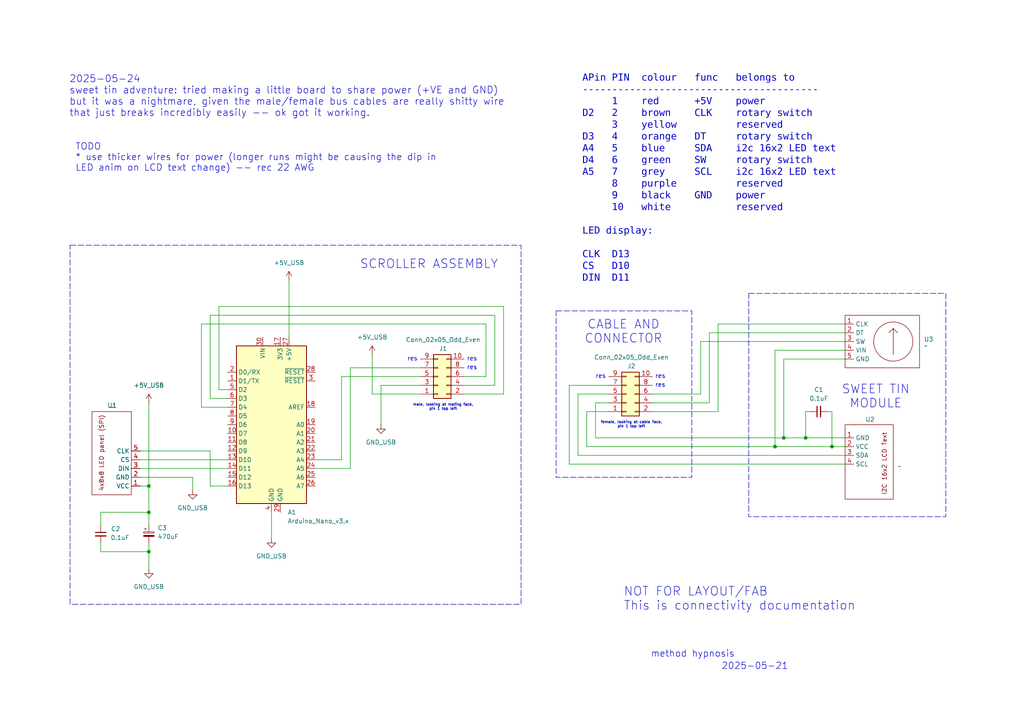
<source format=kicad_sch>
(kicad_sch (version 20250114) (generator "eeschema") (generator_version "9.0")
  (paper "A4")
  (lib_symbols
    (symbol "AlexH_personal:AZDelivery_4x8x8_LED_display_SPI"
      (property "Reference" "U" (at 0 0 0))
      (symbol "AZDelivery_4x8x8_LED_display_SPI_0_1"
        (rectangle (start -6.35 -2.54) (end 5.08 -26.67))
      )
      (symbol "AZDelivery_4x8x8_LED_display_SPI_1_1"
        (text "4x8x8 LED panel (SPI)" (at 2.286 -14.732 900) (effects (font (size 1.27 1.27))))
        (pin input line (at -8.89 -5.08 0) (length 2.54) (name "VCC") (number "1"))
        (pin input line (at -8.89 -7.62 0) (length 2.54) (name "GND") (number "2"))
        (pin input line (at -8.89 -10.16 0) (length 2.54) (name "DIN") (number "3"))
        (pin input line (at -8.89 -12.7 0) (length 2.54) (name "CS") (number "4"))
        (pin input line (at -8.89 -15.24 0) (length 2.54) (name "CLK") (number "5"))
      )
    )
    (symbol "AlexH_personal:AZDelivery_I2C_16x2_LCD_Text_Display"
      (property "Reference" "U" (at 0 0 0))
      (symbol "AZDelivery_I2C_16x2_LCD_Text_Display_0_1"
        (rectangle (start -2.54 -1.27) (end 11.43 -22.86))
      )
      (symbol "AZDelivery_I2C_16x2_LCD_Text_Display_1_1"
        (text "I2C 16x2 LCD Text" (at 8.89 -12.446 900) (effects (font (size 1.27 1.27))))
        (pin input line (at -2.54 -5.08 0) (length 2.54) (name "GND") (number "1"))
        (pin input line (at -2.54 -7.62 0) (length 2.54) (name "VCC") (number "2"))
        (pin input line (at -2.54 -10.16 0) (length 2.54) (name "SDA") (number "3"))
        (pin input line (at -2.54 -12.7 0) (length 2.54) (name "SCL") (number "4"))
      )
    )
    (symbol "AlexH_personal:Rotary_Encoded_SW_includes_pullups"
      (property "Reference" "U" (at 0 0 0))
      (symbol "Rotary_Encoded_SW_includes_pullups_0_1"
        (rectangle (start -10.16 -1.27) (end 11.43 -16.51))
        (polyline (pts (xy 2.54 -6.35) (xy 3.81 -5.08) (xy 5.08 -6.35)))
        (polyline (pts (xy 3.81 -5.08) (xy 3.81 -5.08)))
        (polyline (pts (xy 3.81 -5.08) (xy 3.81 -12.7)))
        (circle (center 3.81 -8.89) (radius 5.6796))
      )
      (symbol "Rotary_Encoded_SW_includes_pullups_1_1"
        (pin input line (at -10.16 -3.81 0) (length 2.54) (name "CLK") (number "1"))
        (pin input line (at -10.16 -6.35 0) (length 2.54) (name "DT") (number "2"))
        (pin input line (at -10.16 -8.89 0) (length 2.54) (name "SW") (number "3"))
        (pin input line (at -10.16 -11.43 0) (length 2.54) (name "VIN") (number "4"))
        (pin input line (at -10.16 -13.97 0) (length 2.54) (name "GND") (number "5"))
      )
    )
    (symbol "Connector_Generic:Conn_02x05_Odd_Even" (pin_names (offset 1.016) (hide yes))
      (property "Reference" "J" (at 1.27 7.62 0))
      (property "Value" "Conn_02x05_Odd_Even" (at 1.27 -7.62 0))
      (symbol "Conn_02x05_Odd_Even_1_1"
        (rectangle (start -1.27 6.35) (end 3.81 -6.35) (stroke (width 0.254)) (fill (type background)))
        (rectangle (start -1.27 5.207) (end 0 4.953) (stroke (width 0.1524)))
        (rectangle (start -1.27 2.667) (end 0 2.413) (stroke (width 0.1524)))
        (rectangle (start -1.27 0.127) (end 0 -0.127) (stroke (width 0.1524)))
        (rectangle (start -1.27 -2.413) (end 0 -2.667) (stroke (width 0.1524)))
        (rectangle (start -1.27 -4.953) (end 0 -5.207) (stroke (width 0.1524)))
        (rectangle (start 3.81 5.207) (end 2.54 4.953) (stroke (width 0.1524)))
        (rectangle (start 3.81 2.667) (end 2.54 2.413) (stroke (width 0.1524)))
        (rectangle (start 3.81 0.127) (end 2.54 -0.127) (stroke (width 0.1524)))
        (rectangle (start 3.81 -2.413) (end 2.54 -2.667) (stroke (width 0.1524)))
        (rectangle (start 3.81 -4.953) (end 2.54 -5.207) (stroke (width 0.1524)))
        (pin passive line (at -5.08 5.08 0) (length 3.81) (name "Pin_1") (number "1"))
        (pin passive line (at -5.08 2.54 0) (length 3.81) (name "Pin_3") (number "3"))
        (pin passive line (at -5.08 0 0) (length 3.81) (name "Pin_5") (number "5"))
        (pin passive line (at -5.08 -2.54 0) (length 3.81) (name "Pin_7") (number "7"))
        (pin passive line (at -5.08 -5.08 0) (length 3.81) (name "Pin_9") (number "9"))
        (pin passive line (at 7.62 5.08 180) (length 3.81) (name "Pin_2") (number "2"))
        (pin passive line (at 7.62 2.54 180) (length 3.81) (name "Pin_4") (number "4"))
        (pin passive line (at 7.62 0 180) (length 3.81) (name "Pin_6") (number "6"))
        (pin passive line (at 7.62 -2.54 180) (length 3.81) (name "Pin_8") (number "8"))
        (pin passive line (at 7.62 -5.08 180) (length 3.81) (name "Pin_10") (number "10"))
      )
    )
    (symbol "Device:C_Polarized_Small" (pin_numbers (hide yes)) (pin_names (offset 0.254) (hide yes))
      (property "Reference" "C" (at 0.254 1.778 0))
      (property "Value" "C_Polarized_Small" (at 0.254 -2.032 0))
      (symbol "C_Polarized_Small_0_1"
        (rectangle (start -1.524 0.6858) (end 1.524 0.3048))
        (rectangle (start -1.524 -0.3048) (end 1.524 -0.6858) (fill (type outline)))
        (polyline (pts (xy -1.27 1.524) (xy -0.762 1.524)))
        (polyline (pts (xy -1.016 1.27) (xy -1.016 1.778)))
      )
      (symbol "C_Polarized_Small_1_1"
        (pin passive line (at 0 2.54 270) (length 1.8542) (name "~") (number "1"))
        (pin passive line (at 0 -2.54 90) (length 1.8542) (name "~") (number "2"))
      )
    )
    (symbol "Device:C_Small" (pin_numbers (hide yes)) (pin_names (offset 0.254) (hide yes))
      (property "Reference" "C" (at 0.254 1.778 0))
      (property "Value" "C_Small" (at 0.254 -2.032 0))
      (symbol "C_Small_0_1"
        (polyline (pts (xy -1.524 0.508) (xy 1.524 0.508)) (stroke (width 0.3048)))
        (polyline (pts (xy -1.524 -0.508) (xy 1.524 -0.508)) (stroke (width 0.3302)))
      )
      (symbol "C_Small_1_1"
        (pin passive line (at 0 2.54 270) (length 2.032) (name "~") (number "1"))
        (pin passive line (at 0 -2.54 90) (length 2.032) (name "~") (number "2"))
      )
    )
    (symbol "MCU_Module:Arduino_Nano_v3.x"
      (property "Reference" "A" (at -10.16 23.495 0))
      (property "Value" "Arduino_Nano_v3.x" (at 5.08 -24.13 0))
      (symbol "Arduino_Nano_v3.x_0_1"
        (rectangle (start -10.16 22.86) (end 10.16 -22.86) (stroke (width 0.254)) (fill (type background)))
      )
      (symbol "Arduino_Nano_v3.x_1_1"
        (pin bidirectional line (at -12.7 15.24 0) (length 2.54) (name "D0/RX") (number "2"))
        (pin bidirectional line (at -12.7 12.7 0) (length 2.54) (name "D1/TX") (number "1"))
        (pin bidirectional line (at -12.7 10.16 0) (length 2.54) (name "D2") (number "5"))
        (pin bidirectional line (at -12.7 7.62 0) (length 2.54) (name "D3") (number "6"))
        (pin bidirectional line (at -12.7 5.08 0) (length 2.54) (name "D4") (number "7"))
        (pin bidirectional line (at -12.7 2.54 0) (length 2.54) (name "D5") (number "8"))
        (pin bidirectional line (at -12.7 0 0) (length 2.54) (name "D6") (number "9"))
        (pin bidirectional line (at -12.7 -2.54 0) (length 2.54) (name "D7") (number "10"))
        (pin bidirectional line (at -12.7 -5.08 0) (length 2.54) (name "D8") (number "11"))
        (pin bidirectional line (at -12.7 -7.62 0) (length 2.54) (name "D9") (number "12"))
        (pin bidirectional line (at -12.7 -10.16 0) (length 2.54) (name "D10") (number "13"))
        (pin bidirectional line (at -12.7 -12.7 0) (length 2.54) (name "D11") (number "14"))
        (pin bidirectional line (at -12.7 -15.24 0) (length 2.54) (name "D12") (number "15"))
        (pin bidirectional line (at -12.7 -17.78 0) (length 2.54) (name "D13") (number "16"))
        (pin power_in line (at -2.54 25.4 270) (length 2.54) (name "VIN") (number "30"))
        (pin power_in line (at 0 -25.4 90) (length 2.54) (name "GND") (number "4"))
        (pin power_out line (at 2.54 25.4 270) (length 2.54) (name "3V3") (number "17"))
        (pin power_in line (at 2.54 -25.4 90) (length 2.54) (name "GND") (number "29"))
        (pin power_out line (at 5.08 25.4 270) (length 2.54) (name "+5V") (number "27"))
        (pin input line (at 12.7 15.24 180) (length 2.54) (name "~{RESET}") (number "28"))
        (pin input line (at 12.7 12.7 180) (length 2.54) (name "~{RESET}") (number "3"))
        (pin input line (at 12.7 5.08 180) (length 2.54) (name "AREF") (number "18"))
        (pin bidirectional line (at 12.7 0 180) (length 2.54) (name "A0") (number "19"))
        (pin bidirectional line (at 12.7 -2.54 180) (length 2.54) (name "A1") (number "20"))
        (pin bidirectional line (at 12.7 -5.08 180) (length 2.54) (name "A2") (number "21"))
        (pin bidirectional line (at 12.7 -7.62 180) (length 2.54) (name "A3") (number "22"))
        (pin bidirectional line (at 12.7 -10.16 180) (length 2.54) (name "A4") (number "23"))
        (pin bidirectional line (at 12.7 -12.7 180) (length 2.54) (name "A5") (number "24"))
        (pin bidirectional line (at 12.7 -15.24 180) (length 2.54) (name "A6") (number "25"))
        (pin bidirectional line (at 12.7 -17.78 180) (length 2.54) (name "A7") (number "26"))
      )
    )
    (symbol "power:+5V" (power) (pin_numbers (hide yes)) (pin_names (offset 0) (hide yes))
      (property "Value" "+5V" (at 0 3.556 0))
      (symbol "+5V_0_1"
        (polyline (pts (xy -0.762 1.27) (xy 0 2.54)))
        (polyline (pts (xy 0 2.54) (xy 0.762 1.27)))
        (polyline (pts (xy 0 0) (xy 0 2.54)))
      )
      (symbol "+5V_1_1"
        (pin power_in line (at 0 0 90) (length 0) (name "~") (number "1"))
      )
    )
    (symbol "power:GND" (power) (pin_numbers (hide yes)) (pin_names (offset 0) (hide yes))
      (property "Value" "GND" (at 0 -3.81 0))
      (symbol "GND_0_1"
        (polyline (pts (xy 0 0) (xy 0 -1.27) (xy 1.27 -1.27) (xy 0 -2.54) (xy -1.27 -1.27) (xy 0 -1.27)))
      )
      (symbol "GND_1_1"
        (pin power_in line (at 0 0 270) (length 0) (name "~") (number "1"))
      )
    )
  )
  (rectangle (start 20.32 71.12) (end 151.13 175.26) (stroke (width 0) (type dash)))
  (rectangle (start 217.17 85.09) (end 274.32 149.86) (stroke (width 0) (type dash)))
  (rectangle (start 161.29 90.17) (end 200.66 138.43) (stroke (width 0) (type dash)))
  (text "female, looking at cable face,\npin 1 top left" (at 183.134 123.19 0) (effects (font (size 0.762 0.762))))
  (text "res" (at 136.906 104.14 0) (effects (font (size 1.27 1.27))))
  (text "res" (at 191.516 111.76 0) (effects (font (size 1.27 1.27))))
  (text "NOT FOR LAYOUT/FAB\nThis is connectivity documentation" (at 180.848 173.736 0) (effects (font (size 2.54 2.54)) (justify left)))
  (text "TODO\n* use thicker wires for power (longer runs might be causing the dip in\nLED anim on LCD text change) -- rec 22 AWG\n" (at 21.844 45.72 0) (effects (font (size 1.905 1.905)) (justify left)))
  (text "male, looking at mating face,\npin 1 top left" (at 128.524 118.11 0) (effects (font (size 0.762 0.762))))
  (text "method hypnosis" (at 200.914 189.738 0) (effects (font (size 1.905 1.905))))
  (text "res" (at 174.244 109.22 0) (effects (font (size 1.27 1.27))))
  (text "CABLE AND\nCONNECTOR" (at 180.848 96.266 0) (effects (font (size 2.54 2.54))))
  (text "2025-05-21" (at 218.948 193.294 0) (effects (font (size 1.905 1.905))))
  (text "res" (at 136.906 106.68 0) (effects (font (size 1.27 1.27))))
  (text "res" (at 191.516 109.22 0) (effects (font (size 1.27 1.27))))
  (text "SCROLLER ASSEMBLY" (at 124.46 76.708 0) (effects (font (size 2.54 2.54))))
  (text "SWEET TIN\nMODULE" (at 254 115.062 0) (effects (font (size 2.54 2.54))))
  (text "APin PIN  colour   func   belongs to\n----------------------------------------\n     1    red      +5V    power\nD2   2    brown    CLK    rotary switch\n     3    yellow          reserved\nD3   4    orange   DT     rotary switch\nA4   5    blue     SDA    i2c 16x2 LED text\nD4   6    green    SW     rotary switch\nA5   7    grey     SCL    i2c 16x2 LED text\n     8    purple          reserved\n     9    black    GND    power\n     10   white           reserved\n\nLED display:\n\nCLK  D13\nCS   D10\nDIN  D11\n" (at 168.91 52.324 0) (effects (font (size 2.032 2.032)) (justify left)))
  (text "res" (at 119.634 104.14 0) (effects (font (size 1.27 1.27))))
  (text "2025-05-24\nsweet tin adventure: tried making a little board to share power (+VE and GND)\nbut it was a nightmare, given the male/female bus cables are really shitty wire\nthat just breaks incredibly easily -- ok got it working." (at 20.066 27.94 0) (effects (font (size 2.032 2.032)) (justify left)))
  (junction (at 43.18 160.02))
  (junction (at 43.18 140.97))
  (junction (at 224.79 129.54))
  (junction (at 43.18 148.59))
  (junction (at 241.3 129.54))
  (junction (at 227.33 127))
  (junction (at 233.68 127))
  (wire (pts (xy 203.2 99.06) (xy 245.11 99.06)))
  (wire (pts (xy 189.23 114.3) (xy 203.2 114.3)))
  (wire (pts (xy 43.18 140.97) (xy 43.18 148.59)))
  (wire (pts (xy 234.95 119.38) (xy 233.68 119.38)))
  (wire (pts (xy 40.64 133.35) (xy 66.04 133.35)))
  (wire (pts (xy 134.62 109.22) (xy 140.97 109.22)))
  (wire (pts (xy 58.42 118.11) (xy 66.04 118.11)))
  (wire (pts (xy 121.92 111.76) (xy 110.49 111.76)))
  (wire (pts (xy 233.68 119.38) (xy 233.68 127)))
  (wire (pts (xy 43.18 116.84) (xy 43.18 140.97)))
  (wire (pts (xy 101.6 106.68) (xy 121.92 106.68)))
  (wire (pts (xy 63.5 113.03) (xy 66.04 113.03)))
  (wire (pts (xy 101.6 135.89) (xy 101.6 106.68)))
  (wire (pts (xy 167.64 114.3) (xy 167.64 132.08)))
  (wire (pts (xy 83.82 81.28) (xy 83.82 97.79)))
  (wire (pts (xy 146.05 88.9) (xy 63.5 88.9)))
  (wire (pts (xy 203.2 99.06) (xy 203.2 114.3)))
  (wire (pts (xy 78.74 148.59) (xy 78.74 156.21)))
  (wire (pts (xy 165.1 134.62) (xy 245.11 134.62)))
  (wire (pts (xy 43.18 148.59) (xy 43.18 152.4)))
  (wire (pts (xy 91.44 135.89) (xy 101.6 135.89)))
  (wire (pts (xy 205.74 116.84) (xy 205.74 96.52)))
  (wire (pts (xy 233.68 127) (xy 245.11 127)))
  (wire (pts (xy 60.96 115.57) (xy 66.04 115.57)))
  (wire (pts (xy 167.64 132.08) (xy 245.11 132.08)))
  (wire (pts (xy 58.42 93.98) (xy 58.42 118.11)))
  (wire (pts (xy 176.53 114.3) (xy 167.64 114.3)))
  (wire (pts (xy 172.72 127) (xy 227.33 127)))
  (wire (pts (xy 60.96 140.97) (xy 60.96 130.81)))
  (wire (pts (xy 29.21 160.02) (xy 29.21 157.48)))
  (wire (pts (xy 227.33 127) (xy 233.68 127)))
  (wire (pts (xy 170.18 129.54) (xy 224.79 129.54)))
  (wire (pts (xy 110.49 111.76) (xy 110.49 123.19)))
  (wire (pts (xy 107.95 102.87) (xy 107.95 114.3)))
  (wire (pts (xy 172.72 116.84) (xy 172.72 127)))
  (wire (pts (xy 140.97 93.98) (xy 140.97 109.22)))
  (wire (pts (xy 224.79 129.54) (xy 241.3 129.54)))
  (wire (pts (xy 208.28 119.38) (xy 208.28 93.98)))
  (wire (pts (xy 99.06 133.35) (xy 99.06 109.22)))
  (wire (pts (xy 170.18 119.38) (xy 170.18 129.54)))
  (wire (pts (xy 55.88 138.43) (xy 55.88 142.24)))
  (wire (pts (xy 60.96 91.44) (xy 60.96 115.57)))
  (wire (pts (xy 245.11 93.98) (xy 208.28 93.98)))
  (wire (pts (xy 29.21 160.02) (xy 43.18 160.02)))
  (wire (pts (xy 43.18 160.02) (xy 43.18 165.1)))
  (wire (pts (xy 189.23 119.38) (xy 208.28 119.38)))
  (wire (pts (xy 63.5 88.9) (xy 63.5 113.03)))
  (wire (pts (xy 40.64 138.43) (xy 55.88 138.43)))
  (wire (pts (xy 58.42 93.98) (xy 140.97 93.98)))
  (wire (pts (xy 66.04 140.97) (xy 60.96 140.97)))
  (wire (pts (xy 29.21 148.59) (xy 43.18 148.59)))
  (wire (pts (xy 40.64 140.97) (xy 43.18 140.97)))
  (wire (pts (xy 107.95 114.3) (xy 121.92 114.3)))
  (wire (pts (xy 189.23 116.84) (xy 205.74 116.84)))
  (wire (pts (xy 176.53 116.84) (xy 172.72 116.84)))
  (wire (pts (xy 134.62 111.76) (xy 143.51 111.76)))
  (wire (pts (xy 176.53 119.38) (xy 170.18 119.38)))
  (wire (pts (xy 143.51 91.44) (xy 143.51 111.76)))
  (wire (pts (xy 227.33 104.14) (xy 227.33 127)))
  (wire (pts (xy 205.74 96.52) (xy 245.11 96.52)))
  (wire (pts (xy 134.62 114.3) (xy 146.05 114.3)))
  (wire (pts (xy 241.3 129.54) (xy 245.11 129.54)))
  (wire (pts (xy 60.96 91.44) (xy 143.51 91.44)))
  (wire (pts (xy 227.33 104.14) (xy 245.11 104.14)))
  (wire (pts (xy 99.06 109.22) (xy 121.92 109.22)))
  (wire (pts (xy 165.1 111.76) (xy 165.1 134.62)))
  (wire (pts (xy 241.3 119.38) (xy 241.3 129.54)))
  (wire (pts (xy 40.64 135.89) (xy 66.04 135.89)))
  (wire (pts (xy 29.21 148.59) (xy 29.21 152.4)))
  (wire (pts (xy 43.18 157.48) (xy 43.18 160.02)))
  (wire (pts (xy 146.05 88.9) (xy 146.05 114.3)))
  (wire (pts (xy 91.44 133.35) (xy 99.06 133.35)))
  (wire (pts (xy 240.03 119.38) (xy 241.3 119.38)))
  (wire (pts (xy 224.79 101.6) (xy 245.11 101.6)))
  (wire (pts (xy 40.64 130.81) (xy 60.96 130.81)))
  (wire (pts (xy 224.79 129.54) (xy 224.79 101.6)))
  (wire (pts (xy 176.53 111.76) (xy 165.1 111.76)))
  (symbol (lib_id "Device:C_Small") (at 237.49 119.38 90) (unit 1)
    (property "Reference" "C1" (at 237.4963 113.03 90))
    (property "Value" "0.1uF" (at 237.4963 115.57 90))
    (property "Description" "Unpolarized capacitor, small symbol" (effects (hide yes)))
  )
  (symbol (lib_id "AlexH_personal:AZDelivery_I2C_16x2_LCD_Text_Display") (at 247.65 121.92 0) (unit 1)
    (property "Reference" "U2" (at 250.952 121.666 0) (effects (justify left)))
    (property "Value" "~" (at 260.35 135.255 0) (effects (justify left)))
  )
  (symbol (lib_id "power:+5V") (at 43.18 116.84 0) (unit 1)
    (property "Reference" "#PWR06" (effects (hide yes)))
    (property "Value" "+5V_USB" (at 43.18 111.76 0))
    (property "Description" "Power symbol creates a global label with name \"+5V\"" (effects (hide yes)))
  )
  (symbol (lib_id "power:GND") (at 110.49 123.19 0) (unit 1)
    (property "Reference" "#PWR03" (effects (hide yes)))
    (property "Value" "GND_USB" (at 110.49 128.27 0))
    (property "Description" "Power symbol creates a global label with name \"GND\" , ground" (effects (hide yes)))
  )
  (symbol (lib_id "MCU_Module:Arduino_Nano_v3.x") (at 78.74 123.19 0) (unit 1)
    (property "Reference" "A1" (at 83.4233 148.59 0) (effects (justify left)))
    (property "Value" "Arduino_Nano_v3.x" (at 83.4233 151.13 0) (effects (justify left)))
    (property "Footprint" "Module:Arduino_Nano" (effects (hide yes)))
    (property "Datasheet" "http://www.mouser.com/pdfdocs/Gravitech_Arduino_Nano3_0.pdf" (effects (hide yes)))
    (property "Description" "Arduino Nano v3.x" (effects (hide yes)))
  )
  (symbol (lib_id "power:GND") (at 78.74 156.21 0) (unit 1)
    (property "Reference" "#PWR02" (effects (hide yes)))
    (property "Value" "GND_USB" (at 78.74 161.29 0))
    (property "Description" "Power symbol creates a global label with name \"GND\" , ground" (effects (hide yes)))
  )
  (symbol (lib_id "power:+5V") (at 83.82 81.28 0) (unit 1)
    (property "Reference" "#PWR01" (effects (hide yes)))
    (property "Value" "+5V_USB" (at 83.82 76.2 0))
    (property "Description" "Power symbol creates a global label with name \"+5V\"" (effects (hide yes)))
  )
  (symbol (lib_id "Connector_Generic:Conn_02x05_Odd_Even") (at 181.61 114.3 0) (mirror x) (unit 1)
    (property "Reference" "J2" (at 183.134 106.172 0))
    (property "Value" "Conn_02x05_Odd_Even" (at 183.134 103.632 0))
    (property "Description" "Generic connector, double row, 02x05, odd/even pin numbering scheme (row 1 odd numbers, row 2 even numbers), script generated (kicad-library-utils/schlib/autogen/connector/)" (effects (hide yes)))
  )
  (symbol (lib_id "power:GND") (at 55.88 142.24 0) (unit 1)
    (property "Reference" "#PWR04" (effects (hide yes)))
    (property "Value" "GND_USB" (at 55.88 147.32 0))
    (property "Description" "Power symbol creates a global label with name \"GND\" , ground" (effects (hide yes)))
  )
  (symbol (lib_id "Device:C_Small") (at 29.21 154.94 0) (unit 1)
    (property "Reference" "C2" (at 33.528 153.416 0))
    (property "Value" "0.1uF" (at 34.798 155.956 0))
    (property "Description" "Unpolarized capacitor, small symbol" (effects (hide yes)))
  )
  (symbol (lib_id "AlexH_personal:Rotary_Encoded_SW_includes_pullups") (at 255.27 90.17 0) (unit 1)
    (property "Reference" "U3" (at 267.97 98.4249 0) (effects (justify left)))
    (property "Value" "~" (at 267.97 100.33 0) (effects (justify left)))
  )
  (symbol (lib_id "AlexH_personal:AZDelivery_4x8x8_LED_display_SPI") (at 31.75 146.05 180) (unit 1)
    (property "Reference" "U1" (at 32.512 117.602 0))
    (property "Value" "~" (at 32.385 118.11 0))
  )
  (symbol (lib_id "power:+5V") (at 107.95 102.87 0) (unit 1)
    (property "Reference" "#PWR05" (effects (hide yes)))
    (property "Value" "+5V_USB" (at 107.95 97.79 0))
    (property "Description" "Power symbol creates a global label with name \"+5V\"" (effects (hide yes)))
  )
  (symbol (lib_id "Connector_Generic:Conn_02x05_Odd_Even") (at 127 109.22 0) (mirror x) (unit 1)
    (property "Reference" "J1" (at 128.524 101.092 0))
    (property "Value" "Conn_02x05_Odd_Even" (at 128.524 98.552 0))
    (property "Description" "Generic connector, double row, 02x05, odd/even pin numbering scheme (row 1 odd numbers, row 2 even numbers), script generated (kicad-library-utils/schlib/autogen/connector/)" (effects (hide yes)))
  )
  (symbol (lib_id "Device:C_Polarized_Small") (at 43.18 154.94 0) (unit 1)
    (property "Reference" "C3" (at 45.72 153.1238 0) (effects (justify left)))
    (property "Value" "470uF" (at 45.72 155.6638 0) (effects (justify left)))
    (property "Description" "Polarized capacitor, small symbol" (effects (hide yes)))
  )
  (symbol (lib_id "power:GND") (at 43.18 165.1 0) (unit 1)
    (property "Reference" "#PWR07" (effects (hide yes)))
    (property "Value" "GND_USB" (at 43.18 170.18 0))
    (property "Description" "Power symbol creates a global label with name \"GND\" , ground" (effects (hide yes)))
  )
)
</source>
